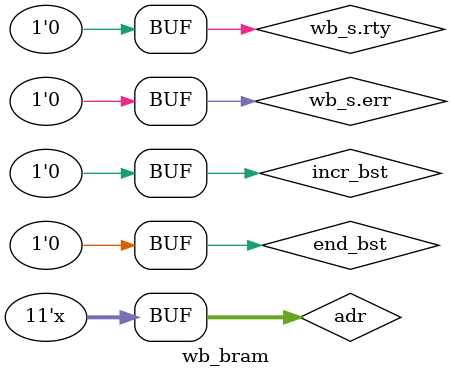
<source format=sv>


module wb_bram #(parameter mem_adr_width = 11) (
      // Wishbone interface
      wshb_if.slave wb_s
      );      
      // a vous de jouer a partir d'ici

      localparam SIZE = 2 ** mem_adr_width;
      logic [31:0] mem [0:SIZE];

      wire ack_w;
      logic ack_r_classic;
      logic ack_r_pipeline;
      wire [mem_adr_width + 1:2] adr;
      logic [mem_adr_width + 1:2] start_adr;
      logic [SIZE - 1: 0] cnt;
      wire incr_bst;
      wire end_bst;

      assign incr_bst = (wb_s.cti == 3'b010);
      assign end_bst  = (wb_s.cti == 3'b111);

      // Gestion de ACK

      assign ack_w = wb_s.we & wb_s.stb;

      always_ff @(posedge wb_s.clk)
      if (wb_s.rst)
      begin
            ack_r_classic <= 0;
            ack_r_pipeline <= 0;
      end
      else
      begin
            ack_r_classic  <= ~wb_s.we & wb_s.stb & ~ack_r_classic;
            ack_r_pipeline <= ~wb_s.we & wb_s.stb & incr_bst;
      end

      assign wb_s.ack = ack_w | ack_r_classic | ack_r_pipeline;
      
      // Gestion des adresses

      always_ff @(posedge wb_s.clk)
      if (wb_s.rst)
            cnt <= 0;
      else
      begin
            if (wb_s.stb && incr_bst)
                  cnt <= cnt + 1;
            else
                  cnt <= 0;
      end

      always_ff @(posedge wb_s.clk)
            if (wb_s.stb && cnt == 0)
                  start_adr <= wb_s.adr[mem_adr_width + 1:2];


      assign adr = wb_s.adr[mem_adr_width + 1:2];
      
      // Gestion de la mémoire

      always_ff @(posedge wb_s.clk)
      begin
            if(wb_s.we)
            begin
                  if (wb_s.sel[0])
                        mem[adr][7:0]   <= wb_s.dat_ms[7:0];
                  if (wb_s.sel[1])
                        mem[adr][15:8]  <= wb_s.dat_ms[15:8];
                  if (wb_s.sel[2])
                        mem[adr][23:16] <= wb_s.dat_ms[23:16];
                  if (wb_s.sel[3])
                        mem[adr][31:24] <= wb_s.dat_ms[31:24];
            end
            if (cnt == 0)
                  wb_s.dat_sm <= mem[adr];
            else
                  wb_s.dat_sm <= mem[start_adr + cnt];
      end

      // On force RTY et ERR a 0
      assign wb_s.rty = 0;
      assign wb_s.err = 0;

endmodule





/*
- au front d'horloge, écrire dans la mémoire
- "la memoire c'est juste une table"
- regarder STB (pas besoin de regarder CYC)
- generer ACK combinatoirement en ecriture
mais apres un cycle pour la lecture
(1 cycle d'horloge pour que la donnee sorte de la RAM)
(en cas d'ecriture ACK c'est STB
en cas de lecture c'est STB en retard d'un cycle)
- c'est toi qui decides si le reset est synchrone ou asynchrone
- mettre rty et err à 0 (indique dans le cours)
*/
</source>
